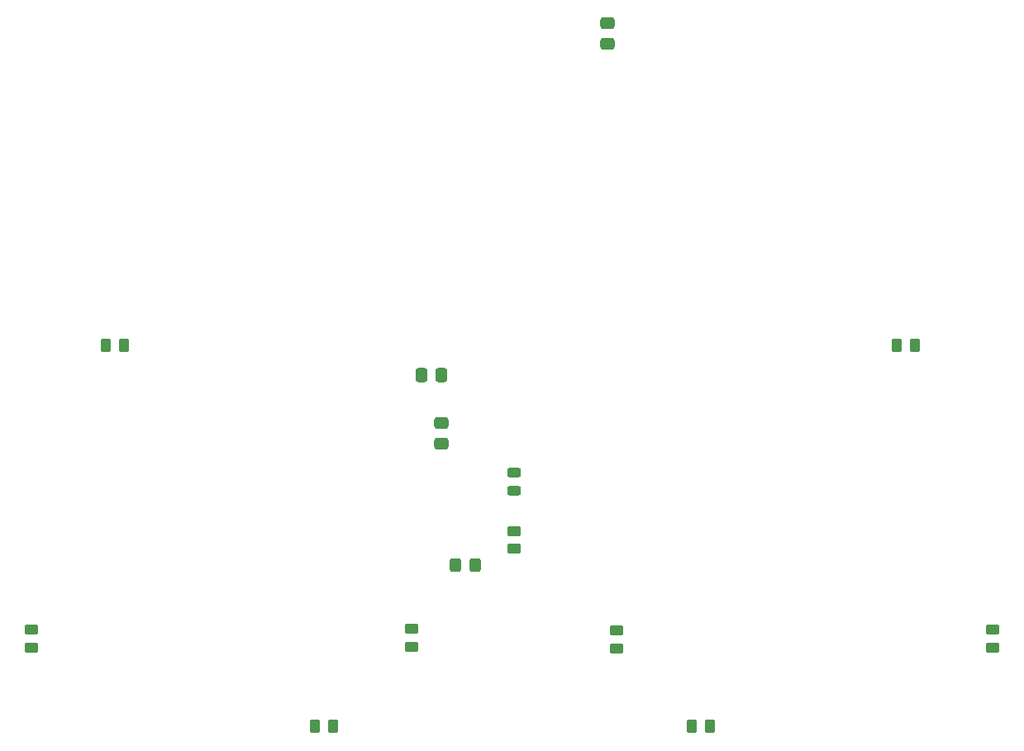
<source format=gbr>
%TF.GenerationSoftware,KiCad,Pcbnew,9.0.2*%
%TF.CreationDate,2025-08-17T08:15:12-04:00*%
%TF.ProjectId,Controller_Simple,436f6e74-726f-46c6-9c65-725f53696d70,rev?*%
%TF.SameCoordinates,Original*%
%TF.FileFunction,Paste,Top*%
%TF.FilePolarity,Positive*%
%FSLAX46Y46*%
G04 Gerber Fmt 4.6, Leading zero omitted, Abs format (unit mm)*
G04 Created by KiCad (PCBNEW 9.0.2) date 2025-08-17 08:15:12*
%MOMM*%
%LPD*%
G01*
G04 APERTURE LIST*
G04 Aperture macros list*
%AMRoundRect*
0 Rectangle with rounded corners*
0 $1 Rounding radius*
0 $2 $3 $4 $5 $6 $7 $8 $9 X,Y pos of 4 corners*
0 Add a 4 corners polygon primitive as box body*
4,1,4,$2,$3,$4,$5,$6,$7,$8,$9,$2,$3,0*
0 Add four circle primitives for the rounded corners*
1,1,$1+$1,$2,$3*
1,1,$1+$1,$4,$5*
1,1,$1+$1,$6,$7*
1,1,$1+$1,$8,$9*
0 Add four rect primitives between the rounded corners*
20,1,$1+$1,$2,$3,$4,$5,0*
20,1,$1+$1,$4,$5,$6,$7,0*
20,1,$1+$1,$6,$7,$8,$9,0*
20,1,$1+$1,$8,$9,$2,$3,0*%
G04 Aperture macros list end*
%ADD10RoundRect,0.250000X-0.450000X0.262500X-0.450000X-0.262500X0.450000X-0.262500X0.450000X0.262500X0*%
%ADD11RoundRect,0.243750X-0.456250X0.243750X-0.456250X-0.243750X0.456250X-0.243750X0.456250X0.243750X0*%
%ADD12RoundRect,0.250000X0.262500X0.450000X-0.262500X0.450000X-0.262500X-0.450000X0.262500X-0.450000X0*%
%ADD13RoundRect,0.250000X-0.475000X0.337500X-0.475000X-0.337500X0.475000X-0.337500X0.475000X0.337500X0*%
%ADD14RoundRect,0.250000X-0.337500X-0.475000X0.337500X-0.475000X0.337500X0.475000X-0.337500X0.475000X0*%
%ADD15RoundRect,0.250000X0.475000X-0.337500X0.475000X0.337500X-0.475000X0.337500X-0.475000X-0.337500X0*%
%ADD16RoundRect,0.250000X-0.262500X-0.450000X0.262500X-0.450000X0.262500X0.450000X-0.262500X0.450000X0*%
%ADD17RoundRect,0.250000X0.325000X0.450000X-0.325000X0.450000X-0.325000X-0.450000X0.325000X-0.450000X0*%
G04 APERTURE END LIST*
D10*
%TO.C,R9*%
X110000000Y-77500000D03*
X110000000Y-79325000D03*
%TD*%
D11*
%TO.C,D1*%
X110000000Y-71500000D03*
X110000000Y-73375000D03*
%TD*%
D10*
%TO.C,R8*%
X60500000Y-87587500D03*
X60500000Y-89412500D03*
%TD*%
D12*
%TO.C,R4*%
X130000000Y-97500000D03*
X128175000Y-97500000D03*
%TD*%
D13*
%TO.C,C2*%
X102500000Y-66462500D03*
X102500000Y-68537500D03*
%TD*%
D14*
%TO.C,C3*%
X100462500Y-61500000D03*
X102537500Y-61500000D03*
%TD*%
D15*
%TO.C,C1*%
X119500000Y-27537500D03*
X119500000Y-25462500D03*
%TD*%
D10*
%TO.C,R1*%
X120500000Y-87675000D03*
X120500000Y-89500000D03*
%TD*%
%TO.C,R3*%
X159000000Y-87587500D03*
X159000000Y-89412500D03*
%TD*%
D12*
%TO.C,R5*%
X70000000Y-58500000D03*
X68175000Y-58500000D03*
%TD*%
D16*
%TO.C,R7*%
X89587500Y-97500000D03*
X91412500Y-97500000D03*
%TD*%
D17*
%TO.C,F1*%
X106000000Y-81000000D03*
X103950000Y-81000000D03*
%TD*%
D10*
%TO.C,R6*%
X99500000Y-87500000D03*
X99500000Y-89325000D03*
%TD*%
D16*
%TO.C,R2*%
X149175000Y-58500000D03*
X151000000Y-58500000D03*
%TD*%
M02*

</source>
